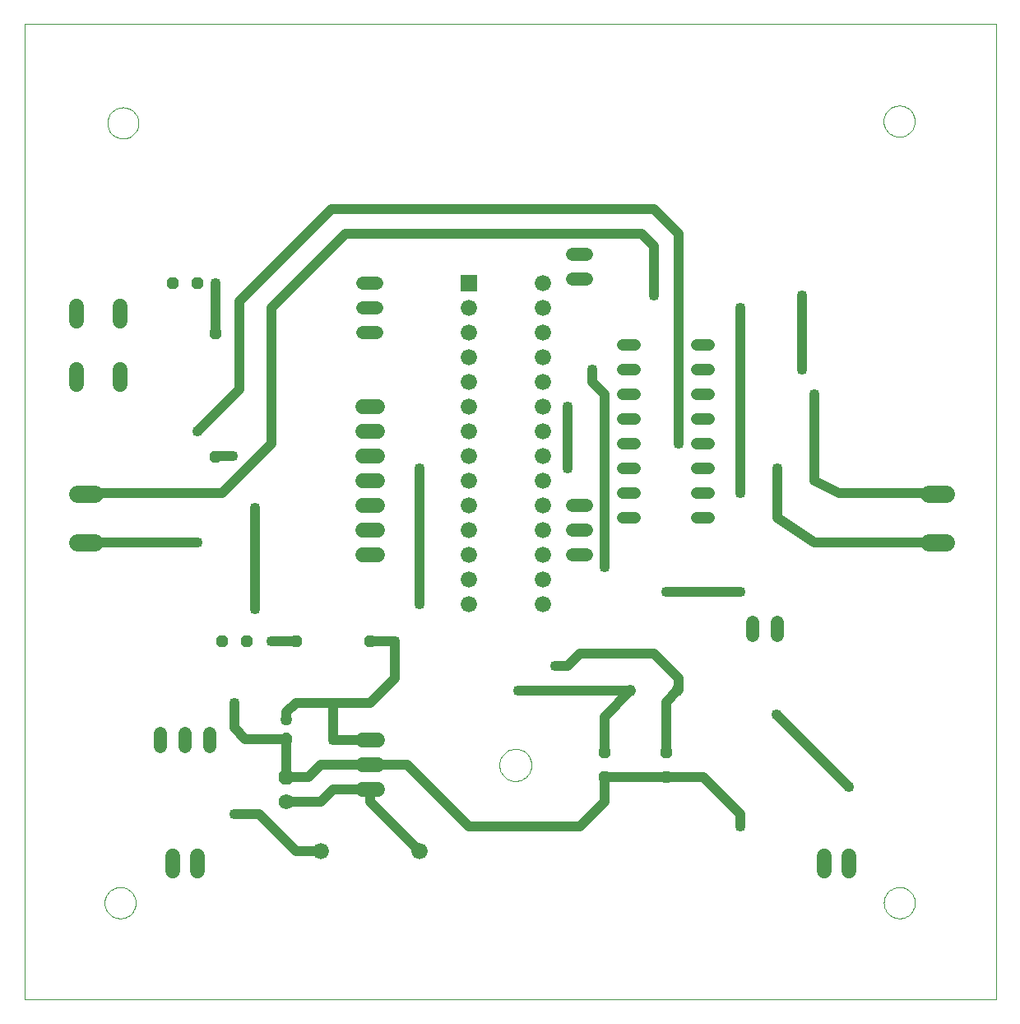
<source format=gtl>
G75*
%MOIN*%
%OFA0B0*%
%FSLAX24Y24*%
%IPPOS*%
%LPD*%
%AMOC8*
5,1,8,0,0,1.08239X$1,22.5*
%
%ADD10C,0.0000*%
%ADD11OC8,0.0480*%
%ADD12C,0.0600*%
%ADD13C,0.0480*%
%ADD14C,0.0480*%
%ADD15R,0.0660X0.0660*%
%ADD16C,0.0660*%
%ADD17C,0.0705*%
%ADD18C,0.0540*%
%ADD19OC8,0.0620*%
%ADD20C,0.0620*%
%ADD21OC8,0.0500*%
%ADD22C,0.0500*%
%ADD23R,0.0356X0.0356*%
%ADD24C,0.0400*%
D10*
X000100Y000100D02*
X000100Y039596D01*
X039470Y039596D01*
X039470Y000100D01*
X000100Y000100D01*
X003352Y004021D02*
X003354Y004071D01*
X003360Y004121D01*
X003370Y004170D01*
X003384Y004218D01*
X003401Y004265D01*
X003422Y004310D01*
X003447Y004354D01*
X003475Y004395D01*
X003507Y004434D01*
X003541Y004471D01*
X003578Y004505D01*
X003618Y004535D01*
X003660Y004562D01*
X003704Y004586D01*
X003750Y004607D01*
X003797Y004623D01*
X003845Y004636D01*
X003895Y004645D01*
X003944Y004650D01*
X003995Y004651D01*
X004045Y004648D01*
X004094Y004641D01*
X004143Y004630D01*
X004191Y004615D01*
X004237Y004597D01*
X004282Y004575D01*
X004325Y004549D01*
X004366Y004520D01*
X004405Y004488D01*
X004441Y004453D01*
X004473Y004415D01*
X004503Y004375D01*
X004530Y004332D01*
X004553Y004288D01*
X004572Y004242D01*
X004588Y004194D01*
X004600Y004145D01*
X004608Y004096D01*
X004612Y004046D01*
X004612Y003996D01*
X004608Y003946D01*
X004600Y003897D01*
X004588Y003848D01*
X004572Y003800D01*
X004553Y003754D01*
X004530Y003710D01*
X004503Y003667D01*
X004473Y003627D01*
X004441Y003589D01*
X004405Y003554D01*
X004366Y003522D01*
X004325Y003493D01*
X004282Y003467D01*
X004237Y003445D01*
X004191Y003427D01*
X004143Y003412D01*
X004094Y003401D01*
X004045Y003394D01*
X003995Y003391D01*
X003944Y003392D01*
X003895Y003397D01*
X003845Y003406D01*
X003797Y003419D01*
X003750Y003435D01*
X003704Y003456D01*
X003660Y003480D01*
X003618Y003507D01*
X003578Y003537D01*
X003541Y003571D01*
X003507Y003608D01*
X003475Y003647D01*
X003447Y003688D01*
X003422Y003732D01*
X003401Y003777D01*
X003384Y003824D01*
X003370Y003872D01*
X003360Y003921D01*
X003354Y003971D01*
X003352Y004021D01*
X019350Y009600D02*
X019352Y009650D01*
X019358Y009700D01*
X019368Y009750D01*
X019381Y009798D01*
X019398Y009846D01*
X019419Y009892D01*
X019443Y009936D01*
X019471Y009978D01*
X019502Y010018D01*
X019536Y010055D01*
X019573Y010090D01*
X019612Y010121D01*
X019653Y010150D01*
X019697Y010175D01*
X019743Y010197D01*
X019790Y010215D01*
X019838Y010229D01*
X019887Y010240D01*
X019937Y010247D01*
X019987Y010250D01*
X020038Y010249D01*
X020088Y010244D01*
X020138Y010235D01*
X020186Y010223D01*
X020234Y010206D01*
X020280Y010186D01*
X020325Y010163D01*
X020368Y010136D01*
X020408Y010106D01*
X020446Y010073D01*
X020481Y010037D01*
X020514Y009998D01*
X020543Y009957D01*
X020569Y009914D01*
X020592Y009869D01*
X020611Y009822D01*
X020626Y009774D01*
X020638Y009725D01*
X020646Y009675D01*
X020650Y009625D01*
X020650Y009575D01*
X020646Y009525D01*
X020638Y009475D01*
X020626Y009426D01*
X020611Y009378D01*
X020592Y009331D01*
X020569Y009286D01*
X020543Y009243D01*
X020514Y009202D01*
X020481Y009163D01*
X020446Y009127D01*
X020408Y009094D01*
X020368Y009064D01*
X020325Y009037D01*
X020280Y009014D01*
X020234Y008994D01*
X020186Y008977D01*
X020138Y008965D01*
X020088Y008956D01*
X020038Y008951D01*
X019987Y008950D01*
X019937Y008953D01*
X019887Y008960D01*
X019838Y008971D01*
X019790Y008985D01*
X019743Y009003D01*
X019697Y009025D01*
X019653Y009050D01*
X019612Y009079D01*
X019573Y009110D01*
X019536Y009145D01*
X019502Y009182D01*
X019471Y009222D01*
X019443Y009264D01*
X019419Y009308D01*
X019398Y009354D01*
X019381Y009402D01*
X019368Y009450D01*
X019358Y009500D01*
X019352Y009550D01*
X019350Y009600D01*
X034931Y004021D02*
X034933Y004071D01*
X034939Y004121D01*
X034949Y004170D01*
X034963Y004218D01*
X034980Y004265D01*
X035001Y004310D01*
X035026Y004354D01*
X035054Y004395D01*
X035086Y004434D01*
X035120Y004471D01*
X035157Y004505D01*
X035197Y004535D01*
X035239Y004562D01*
X035283Y004586D01*
X035329Y004607D01*
X035376Y004623D01*
X035424Y004636D01*
X035474Y004645D01*
X035523Y004650D01*
X035574Y004651D01*
X035624Y004648D01*
X035673Y004641D01*
X035722Y004630D01*
X035770Y004615D01*
X035816Y004597D01*
X035861Y004575D01*
X035904Y004549D01*
X035945Y004520D01*
X035984Y004488D01*
X036020Y004453D01*
X036052Y004415D01*
X036082Y004375D01*
X036109Y004332D01*
X036132Y004288D01*
X036151Y004242D01*
X036167Y004194D01*
X036179Y004145D01*
X036187Y004096D01*
X036191Y004046D01*
X036191Y003996D01*
X036187Y003946D01*
X036179Y003897D01*
X036167Y003848D01*
X036151Y003800D01*
X036132Y003754D01*
X036109Y003710D01*
X036082Y003667D01*
X036052Y003627D01*
X036020Y003589D01*
X035984Y003554D01*
X035945Y003522D01*
X035904Y003493D01*
X035861Y003467D01*
X035816Y003445D01*
X035770Y003427D01*
X035722Y003412D01*
X035673Y003401D01*
X035624Y003394D01*
X035574Y003391D01*
X035523Y003392D01*
X035474Y003397D01*
X035424Y003406D01*
X035376Y003419D01*
X035329Y003435D01*
X035283Y003456D01*
X035239Y003480D01*
X035197Y003507D01*
X035157Y003537D01*
X035120Y003571D01*
X035086Y003608D01*
X035054Y003647D01*
X035026Y003688D01*
X035001Y003732D01*
X034980Y003777D01*
X034963Y003824D01*
X034949Y003872D01*
X034939Y003921D01*
X034933Y003971D01*
X034931Y004021D01*
X034923Y035671D02*
X034925Y035721D01*
X034931Y035771D01*
X034941Y035820D01*
X034955Y035868D01*
X034972Y035915D01*
X034993Y035960D01*
X035018Y036004D01*
X035046Y036045D01*
X035078Y036084D01*
X035112Y036121D01*
X035149Y036155D01*
X035189Y036185D01*
X035231Y036212D01*
X035275Y036236D01*
X035321Y036257D01*
X035368Y036273D01*
X035416Y036286D01*
X035466Y036295D01*
X035515Y036300D01*
X035566Y036301D01*
X035616Y036298D01*
X035665Y036291D01*
X035714Y036280D01*
X035762Y036265D01*
X035808Y036247D01*
X035853Y036225D01*
X035896Y036199D01*
X035937Y036170D01*
X035976Y036138D01*
X036012Y036103D01*
X036044Y036065D01*
X036074Y036025D01*
X036101Y035982D01*
X036124Y035938D01*
X036143Y035892D01*
X036159Y035844D01*
X036171Y035795D01*
X036179Y035746D01*
X036183Y035696D01*
X036183Y035646D01*
X036179Y035596D01*
X036171Y035547D01*
X036159Y035498D01*
X036143Y035450D01*
X036124Y035404D01*
X036101Y035360D01*
X036074Y035317D01*
X036044Y035277D01*
X036012Y035239D01*
X035976Y035204D01*
X035937Y035172D01*
X035896Y035143D01*
X035853Y035117D01*
X035808Y035095D01*
X035762Y035077D01*
X035714Y035062D01*
X035665Y035051D01*
X035616Y035044D01*
X035566Y035041D01*
X035515Y035042D01*
X035466Y035047D01*
X035416Y035056D01*
X035368Y035069D01*
X035321Y035085D01*
X035275Y035106D01*
X035231Y035130D01*
X035189Y035157D01*
X035149Y035187D01*
X035112Y035221D01*
X035078Y035258D01*
X035046Y035297D01*
X035018Y035338D01*
X034993Y035382D01*
X034972Y035427D01*
X034955Y035474D01*
X034941Y035522D01*
X034931Y035571D01*
X034925Y035621D01*
X034923Y035671D01*
X003470Y035600D02*
X003472Y035650D01*
X003478Y035700D01*
X003488Y035749D01*
X003502Y035797D01*
X003519Y035844D01*
X003540Y035889D01*
X003565Y035933D01*
X003593Y035974D01*
X003625Y036013D01*
X003659Y036050D01*
X003696Y036084D01*
X003736Y036114D01*
X003778Y036141D01*
X003822Y036165D01*
X003868Y036186D01*
X003915Y036202D01*
X003963Y036215D01*
X004013Y036224D01*
X004062Y036229D01*
X004113Y036230D01*
X004163Y036227D01*
X004212Y036220D01*
X004261Y036209D01*
X004309Y036194D01*
X004355Y036176D01*
X004400Y036154D01*
X004443Y036128D01*
X004484Y036099D01*
X004523Y036067D01*
X004559Y036032D01*
X004591Y035994D01*
X004621Y035954D01*
X004648Y035911D01*
X004671Y035867D01*
X004690Y035821D01*
X004706Y035773D01*
X004718Y035724D01*
X004726Y035675D01*
X004730Y035625D01*
X004730Y035575D01*
X004726Y035525D01*
X004718Y035476D01*
X004706Y035427D01*
X004690Y035379D01*
X004671Y035333D01*
X004648Y035289D01*
X004621Y035246D01*
X004591Y035206D01*
X004559Y035168D01*
X004523Y035133D01*
X004484Y035101D01*
X004443Y035072D01*
X004400Y035046D01*
X004355Y035024D01*
X004309Y035006D01*
X004261Y034991D01*
X004212Y034980D01*
X004163Y034973D01*
X004113Y034970D01*
X004062Y034971D01*
X004013Y034976D01*
X003963Y034985D01*
X003915Y034998D01*
X003868Y035014D01*
X003822Y035035D01*
X003778Y035059D01*
X003736Y035086D01*
X003696Y035116D01*
X003659Y035150D01*
X003625Y035187D01*
X003593Y035226D01*
X003565Y035267D01*
X003540Y035311D01*
X003519Y035356D01*
X003502Y035403D01*
X003488Y035451D01*
X003478Y035500D01*
X003472Y035550D01*
X003470Y035600D01*
D11*
X006100Y029100D03*
X007100Y029100D03*
X007848Y027076D03*
X007848Y022076D03*
X008100Y014600D03*
X009100Y014600D03*
X011100Y014600D03*
X014100Y014600D03*
X023600Y010100D03*
X023600Y009100D03*
X026100Y009100D03*
X026100Y010100D03*
D12*
X032500Y005900D02*
X032500Y005300D01*
X033500Y005300D02*
X033500Y005900D01*
X014400Y008600D02*
X013800Y008600D01*
X013800Y009600D02*
X014400Y009600D01*
X014400Y010600D02*
X013800Y010600D01*
X007100Y005900D02*
X007100Y005300D01*
X006100Y005300D02*
X006100Y005900D01*
X013800Y018100D02*
X014400Y018100D01*
X014400Y019100D02*
X013800Y019100D01*
X013800Y020100D02*
X014400Y020100D01*
X014400Y021100D02*
X013800Y021100D01*
X013800Y022100D02*
X014400Y022100D01*
X014400Y023100D02*
X013800Y023100D01*
X013800Y024100D02*
X014400Y024100D01*
X003990Y025020D02*
X003990Y025620D01*
X002210Y025620D02*
X002210Y025020D01*
X002210Y027580D02*
X002210Y028180D01*
X003990Y028180D02*
X003990Y027580D01*
D13*
X024360Y026600D02*
X024840Y026600D01*
X024840Y025600D02*
X024360Y025600D01*
X024360Y024600D02*
X024840Y024600D01*
X024840Y023600D02*
X024360Y023600D01*
X024360Y022600D02*
X024840Y022600D01*
X024840Y021600D02*
X024360Y021600D01*
X024360Y020600D02*
X024840Y020600D01*
X024840Y019600D02*
X024360Y019600D01*
X027360Y019600D02*
X027840Y019600D01*
X027840Y020600D02*
X027360Y020600D01*
X027360Y021600D02*
X027840Y021600D01*
X027840Y022600D02*
X027360Y022600D01*
X027360Y023600D02*
X027840Y023600D01*
X027840Y024600D02*
X027360Y024600D01*
X027360Y025600D02*
X027840Y025600D01*
X027840Y026600D02*
X027360Y026600D01*
D14*
X026550Y012600D03*
X024650Y012600D03*
D15*
X018100Y029100D03*
D16*
X018100Y028100D03*
X018100Y027100D03*
X018100Y026100D03*
X018100Y025100D03*
X018100Y024100D03*
X018100Y023100D03*
X018100Y022100D03*
X018100Y021100D03*
X018100Y020100D03*
X018100Y019100D03*
X018100Y018100D03*
X018100Y017100D03*
X018100Y016100D03*
X021100Y016100D03*
X021100Y017100D03*
X021100Y018100D03*
X021100Y019100D03*
X021100Y020100D03*
X021100Y021100D03*
X021100Y022100D03*
X021100Y023100D03*
X021100Y024100D03*
X021100Y025100D03*
X021100Y026100D03*
X021100Y027100D03*
X021100Y028100D03*
X021100Y029100D03*
X016100Y006100D03*
X012100Y006100D03*
D17*
X002953Y018616D02*
X002248Y018616D01*
X002248Y020584D02*
X002953Y020584D01*
X036748Y020584D02*
X037453Y020584D01*
X037453Y018616D02*
X036748Y018616D01*
D18*
X030600Y015370D02*
X030600Y014830D01*
X029600Y014830D02*
X029600Y015370D01*
X022870Y018100D02*
X022330Y018100D01*
X022330Y019100D02*
X022870Y019100D01*
X022870Y020100D02*
X022330Y020100D01*
X014370Y027100D02*
X013830Y027100D01*
X013830Y028100D02*
X014370Y028100D01*
X014370Y029100D02*
X013830Y029100D01*
X022328Y029264D02*
X022868Y029264D01*
X022868Y030264D02*
X022328Y030264D01*
X007600Y010870D02*
X007600Y010330D01*
X006600Y010330D02*
X006600Y010870D01*
X005600Y010870D02*
X005600Y010330D01*
D19*
X010730Y009104D03*
D20*
X010730Y008104D03*
D21*
X010730Y010645D03*
D22*
X010730Y011445D03*
D23*
X012600Y010600D03*
X008600Y012100D03*
X010100Y014600D03*
X009446Y015919D03*
X007100Y018600D03*
X009446Y019998D03*
X008565Y022108D03*
X007100Y023100D03*
X007848Y029100D03*
X016100Y021600D03*
X016100Y016100D03*
X015100Y014600D03*
X020100Y012600D03*
X021600Y013600D03*
X023600Y017600D03*
X026100Y016600D03*
X029100Y016600D03*
X029100Y020600D03*
X030600Y021600D03*
X032100Y024600D03*
X031600Y025600D03*
X029100Y028100D03*
X031600Y028600D03*
X025600Y028600D03*
X023100Y025600D03*
X022100Y024100D03*
X022100Y021600D03*
X026600Y022600D03*
X030597Y011632D03*
X033500Y008729D03*
X029100Y007100D03*
X008600Y007600D03*
D24*
X009600Y007600D01*
X011100Y006100D01*
X012100Y006100D01*
X012104Y008104D02*
X010730Y008104D01*
X010730Y009104D02*
X011604Y009104D01*
X012100Y009600D01*
X014100Y009600D01*
X015600Y009600D01*
X018100Y007100D01*
X022600Y007100D01*
X023600Y008100D01*
X023600Y009100D01*
X026100Y009100D01*
X027600Y009100D01*
X029100Y007600D01*
X029100Y007100D01*
X026100Y010100D02*
X026100Y012150D01*
X026550Y012600D01*
X026600Y012650D01*
X026600Y013100D01*
X025600Y014100D01*
X022600Y014100D01*
X022100Y013600D01*
X021600Y013600D01*
X020100Y012600D02*
X024650Y012600D01*
X023600Y011550D01*
X023600Y010100D01*
X026100Y016600D02*
X029100Y016600D01*
X030600Y019600D02*
X032100Y018600D01*
X037100Y018616D01*
X037100Y020584D02*
X037084Y020600D01*
X033100Y020600D01*
X032100Y021100D01*
X032100Y024600D01*
X031600Y025600D02*
X031600Y028600D01*
X029100Y028100D02*
X029100Y020600D01*
X030600Y021600D02*
X030600Y019600D01*
X026600Y022600D02*
X026600Y031100D01*
X025600Y032100D01*
X012533Y032100D01*
X008801Y028368D01*
X008801Y024801D01*
X007100Y023100D01*
X007880Y022108D02*
X007848Y022076D01*
X007880Y022108D02*
X008565Y022108D01*
X008100Y020600D02*
X010100Y022600D01*
X010100Y028100D01*
X013100Y031100D01*
X025100Y031100D01*
X025600Y030600D01*
X025600Y028600D01*
X023100Y025600D02*
X023100Y025100D01*
X023600Y024600D01*
X023600Y017600D01*
X022100Y021600D02*
X022100Y024100D01*
X016100Y021600D02*
X016100Y016100D01*
X015100Y014600D02*
X015100Y013100D01*
X014100Y012100D01*
X012600Y012100D01*
X011100Y012100D01*
X010730Y011730D01*
X010730Y011445D01*
X010730Y010645D02*
X010730Y009104D01*
X012104Y008104D02*
X012600Y008600D01*
X014100Y008600D01*
X014100Y008100D01*
X016100Y006100D01*
X014100Y010600D02*
X012600Y010600D01*
X012600Y012100D01*
X010730Y010645D02*
X009055Y010645D01*
X008600Y011100D01*
X008600Y012100D01*
X010100Y014600D02*
X011100Y014600D01*
X009446Y015919D02*
X009446Y019998D01*
X008100Y020600D02*
X002616Y020600D01*
X002600Y020584D01*
X002600Y018616D02*
X002616Y018600D01*
X007100Y018600D01*
X014100Y014600D02*
X015100Y014600D01*
X007848Y027076D02*
X007848Y029100D01*
X030597Y011632D02*
X033500Y008729D01*
M02*

</source>
